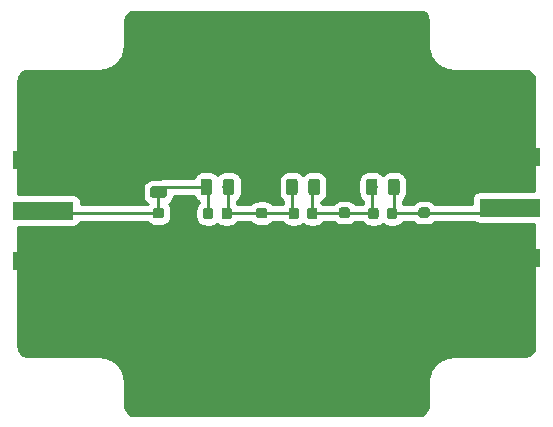
<source format=gtl>
G04 #@! TF.GenerationSoftware,KiCad,Pcbnew,(5.1.4)-1*
G04 #@! TF.CreationDate,2019-12-12T20:41:28+01:00*
G04 #@! TF.ProjectId,30mhzLP,33306d68-7a4c-4502-9e6b-696361645f70,rev?*
G04 #@! TF.SameCoordinates,Original*
G04 #@! TF.FileFunction,Copper,L1,Top*
G04 #@! TF.FilePolarity,Positive*
%FSLAX46Y46*%
G04 Gerber Fmt 4.6, Leading zero omitted, Abs format (unit mm)*
G04 Created by KiCad (PCBNEW (5.1.4)-1) date 2019-12-12 20:41:28*
%MOMM*%
%LPD*%
G04 APERTURE LIST*
%ADD10C,0.100000*%
%ADD11C,0.975000*%
%ADD12R,5.080000X1.500000*%
%ADD13C,0.875000*%
%ADD14C,0.800000*%
%ADD15C,0.250000*%
%ADD16C,0.254000*%
G04 APERTURE END LIST*
D10*
G36*
X128980142Y-108576174D02*
G01*
X129003803Y-108579684D01*
X129027007Y-108585496D01*
X129049529Y-108593554D01*
X129071153Y-108603782D01*
X129091670Y-108616079D01*
X129110883Y-108630329D01*
X129128607Y-108646393D01*
X129144671Y-108664117D01*
X129158921Y-108683330D01*
X129171218Y-108703847D01*
X129181446Y-108725471D01*
X129189504Y-108747993D01*
X129195316Y-108771197D01*
X129198826Y-108794858D01*
X129200000Y-108818750D01*
X129200000Y-109306250D01*
X129198826Y-109330142D01*
X129195316Y-109353803D01*
X129189504Y-109377007D01*
X129181446Y-109399529D01*
X129171218Y-109421153D01*
X129158921Y-109441670D01*
X129144671Y-109460883D01*
X129128607Y-109478607D01*
X129110883Y-109494671D01*
X129091670Y-109508921D01*
X129071153Y-109521218D01*
X129049529Y-109531446D01*
X129027007Y-109539504D01*
X129003803Y-109545316D01*
X128980142Y-109548826D01*
X128956250Y-109550000D01*
X128043750Y-109550000D01*
X128019858Y-109548826D01*
X127996197Y-109545316D01*
X127972993Y-109539504D01*
X127950471Y-109531446D01*
X127928847Y-109521218D01*
X127908330Y-109508921D01*
X127889117Y-109494671D01*
X127871393Y-109478607D01*
X127855329Y-109460883D01*
X127841079Y-109441670D01*
X127828782Y-109421153D01*
X127818554Y-109399529D01*
X127810496Y-109377007D01*
X127804684Y-109353803D01*
X127801174Y-109330142D01*
X127800000Y-109306250D01*
X127800000Y-108818750D01*
X127801174Y-108794858D01*
X127804684Y-108771197D01*
X127810496Y-108747993D01*
X127818554Y-108725471D01*
X127828782Y-108703847D01*
X127841079Y-108683330D01*
X127855329Y-108664117D01*
X127871393Y-108646393D01*
X127889117Y-108630329D01*
X127908330Y-108616079D01*
X127928847Y-108603782D01*
X127950471Y-108593554D01*
X127972993Y-108585496D01*
X127996197Y-108579684D01*
X128019858Y-108576174D01*
X128043750Y-108575000D01*
X128956250Y-108575000D01*
X128980142Y-108576174D01*
X128980142Y-108576174D01*
G37*
D11*
X128500000Y-109062500D03*
D10*
G36*
X128980142Y-110451174D02*
G01*
X129003803Y-110454684D01*
X129027007Y-110460496D01*
X129049529Y-110468554D01*
X129071153Y-110478782D01*
X129091670Y-110491079D01*
X129110883Y-110505329D01*
X129128607Y-110521393D01*
X129144671Y-110539117D01*
X129158921Y-110558330D01*
X129171218Y-110578847D01*
X129181446Y-110600471D01*
X129189504Y-110622993D01*
X129195316Y-110646197D01*
X129198826Y-110669858D01*
X129200000Y-110693750D01*
X129200000Y-111181250D01*
X129198826Y-111205142D01*
X129195316Y-111228803D01*
X129189504Y-111252007D01*
X129181446Y-111274529D01*
X129171218Y-111296153D01*
X129158921Y-111316670D01*
X129144671Y-111335883D01*
X129128607Y-111353607D01*
X129110883Y-111369671D01*
X129091670Y-111383921D01*
X129071153Y-111396218D01*
X129049529Y-111406446D01*
X129027007Y-111414504D01*
X129003803Y-111420316D01*
X128980142Y-111423826D01*
X128956250Y-111425000D01*
X128043750Y-111425000D01*
X128019858Y-111423826D01*
X127996197Y-111420316D01*
X127972993Y-111414504D01*
X127950471Y-111406446D01*
X127928847Y-111396218D01*
X127908330Y-111383921D01*
X127889117Y-111369671D01*
X127871393Y-111353607D01*
X127855329Y-111335883D01*
X127841079Y-111316670D01*
X127828782Y-111296153D01*
X127818554Y-111274529D01*
X127810496Y-111252007D01*
X127804684Y-111228803D01*
X127801174Y-111205142D01*
X127800000Y-111181250D01*
X127800000Y-110693750D01*
X127801174Y-110669858D01*
X127804684Y-110646197D01*
X127810496Y-110622993D01*
X127818554Y-110600471D01*
X127828782Y-110578847D01*
X127841079Y-110558330D01*
X127855329Y-110539117D01*
X127871393Y-110521393D01*
X127889117Y-110505329D01*
X127908330Y-110491079D01*
X127928847Y-110478782D01*
X127950471Y-110468554D01*
X127972993Y-110460496D01*
X127996197Y-110454684D01*
X128019858Y-110451174D01*
X128043750Y-110450000D01*
X128956250Y-110450000D01*
X128980142Y-110451174D01*
X128980142Y-110451174D01*
G37*
D11*
X128500000Y-110937500D03*
D10*
G36*
X148705142Y-109801174D02*
G01*
X148728803Y-109804684D01*
X148752007Y-109810496D01*
X148774529Y-109818554D01*
X148796153Y-109828782D01*
X148816670Y-109841079D01*
X148835883Y-109855329D01*
X148853607Y-109871393D01*
X148869671Y-109889117D01*
X148883921Y-109908330D01*
X148896218Y-109928847D01*
X148906446Y-109950471D01*
X148914504Y-109972993D01*
X148920316Y-109996197D01*
X148923826Y-110019858D01*
X148925000Y-110043750D01*
X148925000Y-110956250D01*
X148923826Y-110980142D01*
X148920316Y-111003803D01*
X148914504Y-111027007D01*
X148906446Y-111049529D01*
X148896218Y-111071153D01*
X148883921Y-111091670D01*
X148869671Y-111110883D01*
X148853607Y-111128607D01*
X148835883Y-111144671D01*
X148816670Y-111158921D01*
X148796153Y-111171218D01*
X148774529Y-111181446D01*
X148752007Y-111189504D01*
X148728803Y-111195316D01*
X148705142Y-111198826D01*
X148681250Y-111200000D01*
X148193750Y-111200000D01*
X148169858Y-111198826D01*
X148146197Y-111195316D01*
X148122993Y-111189504D01*
X148100471Y-111181446D01*
X148078847Y-111171218D01*
X148058330Y-111158921D01*
X148039117Y-111144671D01*
X148021393Y-111128607D01*
X148005329Y-111110883D01*
X147991079Y-111091670D01*
X147978782Y-111071153D01*
X147968554Y-111049529D01*
X147960496Y-111027007D01*
X147954684Y-111003803D01*
X147951174Y-110980142D01*
X147950000Y-110956250D01*
X147950000Y-110043750D01*
X147951174Y-110019858D01*
X147954684Y-109996197D01*
X147960496Y-109972993D01*
X147968554Y-109950471D01*
X147978782Y-109928847D01*
X147991079Y-109908330D01*
X148005329Y-109889117D01*
X148021393Y-109871393D01*
X148039117Y-109855329D01*
X148058330Y-109841079D01*
X148078847Y-109828782D01*
X148100471Y-109818554D01*
X148122993Y-109810496D01*
X148146197Y-109804684D01*
X148169858Y-109801174D01*
X148193750Y-109800000D01*
X148681250Y-109800000D01*
X148705142Y-109801174D01*
X148705142Y-109801174D01*
G37*
D11*
X148437500Y-110500000D03*
D10*
G36*
X146830142Y-109801174D02*
G01*
X146853803Y-109804684D01*
X146877007Y-109810496D01*
X146899529Y-109818554D01*
X146921153Y-109828782D01*
X146941670Y-109841079D01*
X146960883Y-109855329D01*
X146978607Y-109871393D01*
X146994671Y-109889117D01*
X147008921Y-109908330D01*
X147021218Y-109928847D01*
X147031446Y-109950471D01*
X147039504Y-109972993D01*
X147045316Y-109996197D01*
X147048826Y-110019858D01*
X147050000Y-110043750D01*
X147050000Y-110956250D01*
X147048826Y-110980142D01*
X147045316Y-111003803D01*
X147039504Y-111027007D01*
X147031446Y-111049529D01*
X147021218Y-111071153D01*
X147008921Y-111091670D01*
X146994671Y-111110883D01*
X146978607Y-111128607D01*
X146960883Y-111144671D01*
X146941670Y-111158921D01*
X146921153Y-111171218D01*
X146899529Y-111181446D01*
X146877007Y-111189504D01*
X146853803Y-111195316D01*
X146830142Y-111198826D01*
X146806250Y-111200000D01*
X146318750Y-111200000D01*
X146294858Y-111198826D01*
X146271197Y-111195316D01*
X146247993Y-111189504D01*
X146225471Y-111181446D01*
X146203847Y-111171218D01*
X146183330Y-111158921D01*
X146164117Y-111144671D01*
X146146393Y-111128607D01*
X146130329Y-111110883D01*
X146116079Y-111091670D01*
X146103782Y-111071153D01*
X146093554Y-111049529D01*
X146085496Y-111027007D01*
X146079684Y-111003803D01*
X146076174Y-110980142D01*
X146075000Y-110956250D01*
X146075000Y-110043750D01*
X146076174Y-110019858D01*
X146079684Y-109996197D01*
X146085496Y-109972993D01*
X146093554Y-109950471D01*
X146103782Y-109928847D01*
X146116079Y-109908330D01*
X146130329Y-109889117D01*
X146146393Y-109871393D01*
X146164117Y-109855329D01*
X146183330Y-109841079D01*
X146203847Y-109828782D01*
X146225471Y-109818554D01*
X146247993Y-109810496D01*
X146271197Y-109804684D01*
X146294858Y-109801174D01*
X146318750Y-109800000D01*
X146806250Y-109800000D01*
X146830142Y-109801174D01*
X146830142Y-109801174D01*
G37*
D11*
X146562500Y-110500000D03*
D10*
G36*
X141955142Y-109801174D02*
G01*
X141978803Y-109804684D01*
X142002007Y-109810496D01*
X142024529Y-109818554D01*
X142046153Y-109828782D01*
X142066670Y-109841079D01*
X142085883Y-109855329D01*
X142103607Y-109871393D01*
X142119671Y-109889117D01*
X142133921Y-109908330D01*
X142146218Y-109928847D01*
X142156446Y-109950471D01*
X142164504Y-109972993D01*
X142170316Y-109996197D01*
X142173826Y-110019858D01*
X142175000Y-110043750D01*
X142175000Y-110956250D01*
X142173826Y-110980142D01*
X142170316Y-111003803D01*
X142164504Y-111027007D01*
X142156446Y-111049529D01*
X142146218Y-111071153D01*
X142133921Y-111091670D01*
X142119671Y-111110883D01*
X142103607Y-111128607D01*
X142085883Y-111144671D01*
X142066670Y-111158921D01*
X142046153Y-111171218D01*
X142024529Y-111181446D01*
X142002007Y-111189504D01*
X141978803Y-111195316D01*
X141955142Y-111198826D01*
X141931250Y-111200000D01*
X141443750Y-111200000D01*
X141419858Y-111198826D01*
X141396197Y-111195316D01*
X141372993Y-111189504D01*
X141350471Y-111181446D01*
X141328847Y-111171218D01*
X141308330Y-111158921D01*
X141289117Y-111144671D01*
X141271393Y-111128607D01*
X141255329Y-111110883D01*
X141241079Y-111091670D01*
X141228782Y-111071153D01*
X141218554Y-111049529D01*
X141210496Y-111027007D01*
X141204684Y-111003803D01*
X141201174Y-110980142D01*
X141200000Y-110956250D01*
X141200000Y-110043750D01*
X141201174Y-110019858D01*
X141204684Y-109996197D01*
X141210496Y-109972993D01*
X141218554Y-109950471D01*
X141228782Y-109928847D01*
X141241079Y-109908330D01*
X141255329Y-109889117D01*
X141271393Y-109871393D01*
X141289117Y-109855329D01*
X141308330Y-109841079D01*
X141328847Y-109828782D01*
X141350471Y-109818554D01*
X141372993Y-109810496D01*
X141396197Y-109804684D01*
X141419858Y-109801174D01*
X141443750Y-109800000D01*
X141931250Y-109800000D01*
X141955142Y-109801174D01*
X141955142Y-109801174D01*
G37*
D11*
X141687500Y-110500000D03*
D10*
G36*
X140080142Y-109801174D02*
G01*
X140103803Y-109804684D01*
X140127007Y-109810496D01*
X140149529Y-109818554D01*
X140171153Y-109828782D01*
X140191670Y-109841079D01*
X140210883Y-109855329D01*
X140228607Y-109871393D01*
X140244671Y-109889117D01*
X140258921Y-109908330D01*
X140271218Y-109928847D01*
X140281446Y-109950471D01*
X140289504Y-109972993D01*
X140295316Y-109996197D01*
X140298826Y-110019858D01*
X140300000Y-110043750D01*
X140300000Y-110956250D01*
X140298826Y-110980142D01*
X140295316Y-111003803D01*
X140289504Y-111027007D01*
X140281446Y-111049529D01*
X140271218Y-111071153D01*
X140258921Y-111091670D01*
X140244671Y-111110883D01*
X140228607Y-111128607D01*
X140210883Y-111144671D01*
X140191670Y-111158921D01*
X140171153Y-111171218D01*
X140149529Y-111181446D01*
X140127007Y-111189504D01*
X140103803Y-111195316D01*
X140080142Y-111198826D01*
X140056250Y-111200000D01*
X139568750Y-111200000D01*
X139544858Y-111198826D01*
X139521197Y-111195316D01*
X139497993Y-111189504D01*
X139475471Y-111181446D01*
X139453847Y-111171218D01*
X139433330Y-111158921D01*
X139414117Y-111144671D01*
X139396393Y-111128607D01*
X139380329Y-111110883D01*
X139366079Y-111091670D01*
X139353782Y-111071153D01*
X139343554Y-111049529D01*
X139335496Y-111027007D01*
X139329684Y-111003803D01*
X139326174Y-110980142D01*
X139325000Y-110956250D01*
X139325000Y-110043750D01*
X139326174Y-110019858D01*
X139329684Y-109996197D01*
X139335496Y-109972993D01*
X139343554Y-109950471D01*
X139353782Y-109928847D01*
X139366079Y-109908330D01*
X139380329Y-109889117D01*
X139396393Y-109871393D01*
X139414117Y-109855329D01*
X139433330Y-109841079D01*
X139453847Y-109828782D01*
X139475471Y-109818554D01*
X139497993Y-109810496D01*
X139521197Y-109804684D01*
X139544858Y-109801174D01*
X139568750Y-109800000D01*
X140056250Y-109800000D01*
X140080142Y-109801174D01*
X140080142Y-109801174D01*
G37*
D11*
X139812500Y-110500000D03*
D10*
G36*
X134705142Y-109801174D02*
G01*
X134728803Y-109804684D01*
X134752007Y-109810496D01*
X134774529Y-109818554D01*
X134796153Y-109828782D01*
X134816670Y-109841079D01*
X134835883Y-109855329D01*
X134853607Y-109871393D01*
X134869671Y-109889117D01*
X134883921Y-109908330D01*
X134896218Y-109928847D01*
X134906446Y-109950471D01*
X134914504Y-109972993D01*
X134920316Y-109996197D01*
X134923826Y-110019858D01*
X134925000Y-110043750D01*
X134925000Y-110956250D01*
X134923826Y-110980142D01*
X134920316Y-111003803D01*
X134914504Y-111027007D01*
X134906446Y-111049529D01*
X134896218Y-111071153D01*
X134883921Y-111091670D01*
X134869671Y-111110883D01*
X134853607Y-111128607D01*
X134835883Y-111144671D01*
X134816670Y-111158921D01*
X134796153Y-111171218D01*
X134774529Y-111181446D01*
X134752007Y-111189504D01*
X134728803Y-111195316D01*
X134705142Y-111198826D01*
X134681250Y-111200000D01*
X134193750Y-111200000D01*
X134169858Y-111198826D01*
X134146197Y-111195316D01*
X134122993Y-111189504D01*
X134100471Y-111181446D01*
X134078847Y-111171218D01*
X134058330Y-111158921D01*
X134039117Y-111144671D01*
X134021393Y-111128607D01*
X134005329Y-111110883D01*
X133991079Y-111091670D01*
X133978782Y-111071153D01*
X133968554Y-111049529D01*
X133960496Y-111027007D01*
X133954684Y-111003803D01*
X133951174Y-110980142D01*
X133950000Y-110956250D01*
X133950000Y-110043750D01*
X133951174Y-110019858D01*
X133954684Y-109996197D01*
X133960496Y-109972993D01*
X133968554Y-109950471D01*
X133978782Y-109928847D01*
X133991079Y-109908330D01*
X134005329Y-109889117D01*
X134021393Y-109871393D01*
X134039117Y-109855329D01*
X134058330Y-109841079D01*
X134078847Y-109828782D01*
X134100471Y-109818554D01*
X134122993Y-109810496D01*
X134146197Y-109804684D01*
X134169858Y-109801174D01*
X134193750Y-109800000D01*
X134681250Y-109800000D01*
X134705142Y-109801174D01*
X134705142Y-109801174D01*
G37*
D11*
X134437500Y-110500000D03*
D10*
G36*
X132830142Y-109801174D02*
G01*
X132853803Y-109804684D01*
X132877007Y-109810496D01*
X132899529Y-109818554D01*
X132921153Y-109828782D01*
X132941670Y-109841079D01*
X132960883Y-109855329D01*
X132978607Y-109871393D01*
X132994671Y-109889117D01*
X133008921Y-109908330D01*
X133021218Y-109928847D01*
X133031446Y-109950471D01*
X133039504Y-109972993D01*
X133045316Y-109996197D01*
X133048826Y-110019858D01*
X133050000Y-110043750D01*
X133050000Y-110956250D01*
X133048826Y-110980142D01*
X133045316Y-111003803D01*
X133039504Y-111027007D01*
X133031446Y-111049529D01*
X133021218Y-111071153D01*
X133008921Y-111091670D01*
X132994671Y-111110883D01*
X132978607Y-111128607D01*
X132960883Y-111144671D01*
X132941670Y-111158921D01*
X132921153Y-111171218D01*
X132899529Y-111181446D01*
X132877007Y-111189504D01*
X132853803Y-111195316D01*
X132830142Y-111198826D01*
X132806250Y-111200000D01*
X132318750Y-111200000D01*
X132294858Y-111198826D01*
X132271197Y-111195316D01*
X132247993Y-111189504D01*
X132225471Y-111181446D01*
X132203847Y-111171218D01*
X132183330Y-111158921D01*
X132164117Y-111144671D01*
X132146393Y-111128607D01*
X132130329Y-111110883D01*
X132116079Y-111091670D01*
X132103782Y-111071153D01*
X132093554Y-111049529D01*
X132085496Y-111027007D01*
X132079684Y-111003803D01*
X132076174Y-110980142D01*
X132075000Y-110956250D01*
X132075000Y-110043750D01*
X132076174Y-110019858D01*
X132079684Y-109996197D01*
X132085496Y-109972993D01*
X132093554Y-109950471D01*
X132103782Y-109928847D01*
X132116079Y-109908330D01*
X132130329Y-109889117D01*
X132146393Y-109871393D01*
X132164117Y-109855329D01*
X132183330Y-109841079D01*
X132203847Y-109828782D01*
X132225471Y-109818554D01*
X132247993Y-109810496D01*
X132271197Y-109804684D01*
X132294858Y-109801174D01*
X132318750Y-109800000D01*
X132806250Y-109800000D01*
X132830142Y-109801174D01*
X132830142Y-109801174D01*
G37*
D11*
X132562500Y-110500000D03*
D12*
X158250000Y-112250000D03*
X158250000Y-108000000D03*
X158250000Y-116500000D03*
X118750000Y-112500000D03*
X118750000Y-116750000D03*
X118750000Y-108250000D03*
D10*
G36*
X151277691Y-113813553D02*
G01*
X151298926Y-113816703D01*
X151319750Y-113821919D01*
X151339962Y-113829151D01*
X151359368Y-113838330D01*
X151377781Y-113849366D01*
X151395024Y-113862154D01*
X151410930Y-113876570D01*
X151425346Y-113892476D01*
X151438134Y-113909719D01*
X151449170Y-113928132D01*
X151458349Y-113947538D01*
X151465581Y-113967750D01*
X151470797Y-113988574D01*
X151473947Y-114009809D01*
X151475000Y-114031250D01*
X151475000Y-114468750D01*
X151473947Y-114490191D01*
X151470797Y-114511426D01*
X151465581Y-114532250D01*
X151458349Y-114552462D01*
X151449170Y-114571868D01*
X151438134Y-114590281D01*
X151425346Y-114607524D01*
X151410930Y-114623430D01*
X151395024Y-114637846D01*
X151377781Y-114650634D01*
X151359368Y-114661670D01*
X151339962Y-114670849D01*
X151319750Y-114678081D01*
X151298926Y-114683297D01*
X151277691Y-114686447D01*
X151256250Y-114687500D01*
X150743750Y-114687500D01*
X150722309Y-114686447D01*
X150701074Y-114683297D01*
X150680250Y-114678081D01*
X150660038Y-114670849D01*
X150640632Y-114661670D01*
X150622219Y-114650634D01*
X150604976Y-114637846D01*
X150589070Y-114623430D01*
X150574654Y-114607524D01*
X150561866Y-114590281D01*
X150550830Y-114571868D01*
X150541651Y-114552462D01*
X150534419Y-114532250D01*
X150529203Y-114511426D01*
X150526053Y-114490191D01*
X150525000Y-114468750D01*
X150525000Y-114031250D01*
X150526053Y-114009809D01*
X150529203Y-113988574D01*
X150534419Y-113967750D01*
X150541651Y-113947538D01*
X150550830Y-113928132D01*
X150561866Y-113909719D01*
X150574654Y-113892476D01*
X150589070Y-113876570D01*
X150604976Y-113862154D01*
X150622219Y-113849366D01*
X150640632Y-113838330D01*
X150660038Y-113829151D01*
X150680250Y-113821919D01*
X150701074Y-113816703D01*
X150722309Y-113813553D01*
X150743750Y-113812500D01*
X151256250Y-113812500D01*
X151277691Y-113813553D01*
X151277691Y-113813553D01*
G37*
D13*
X151000000Y-114250000D03*
D10*
G36*
X151277691Y-112238553D02*
G01*
X151298926Y-112241703D01*
X151319750Y-112246919D01*
X151339962Y-112254151D01*
X151359368Y-112263330D01*
X151377781Y-112274366D01*
X151395024Y-112287154D01*
X151410930Y-112301570D01*
X151425346Y-112317476D01*
X151438134Y-112334719D01*
X151449170Y-112353132D01*
X151458349Y-112372538D01*
X151465581Y-112392750D01*
X151470797Y-112413574D01*
X151473947Y-112434809D01*
X151475000Y-112456250D01*
X151475000Y-112893750D01*
X151473947Y-112915191D01*
X151470797Y-112936426D01*
X151465581Y-112957250D01*
X151458349Y-112977462D01*
X151449170Y-112996868D01*
X151438134Y-113015281D01*
X151425346Y-113032524D01*
X151410930Y-113048430D01*
X151395024Y-113062846D01*
X151377781Y-113075634D01*
X151359368Y-113086670D01*
X151339962Y-113095849D01*
X151319750Y-113103081D01*
X151298926Y-113108297D01*
X151277691Y-113111447D01*
X151256250Y-113112500D01*
X150743750Y-113112500D01*
X150722309Y-113111447D01*
X150701074Y-113108297D01*
X150680250Y-113103081D01*
X150660038Y-113095849D01*
X150640632Y-113086670D01*
X150622219Y-113075634D01*
X150604976Y-113062846D01*
X150589070Y-113048430D01*
X150574654Y-113032524D01*
X150561866Y-113015281D01*
X150550830Y-112996868D01*
X150541651Y-112977462D01*
X150534419Y-112957250D01*
X150529203Y-112936426D01*
X150526053Y-112915191D01*
X150525000Y-112893750D01*
X150525000Y-112456250D01*
X150526053Y-112434809D01*
X150529203Y-112413574D01*
X150534419Y-112392750D01*
X150541651Y-112372538D01*
X150550830Y-112353132D01*
X150561866Y-112334719D01*
X150574654Y-112317476D01*
X150589070Y-112301570D01*
X150604976Y-112287154D01*
X150622219Y-112274366D01*
X150640632Y-112263330D01*
X150660038Y-112254151D01*
X150680250Y-112246919D01*
X150701074Y-112241703D01*
X150722309Y-112238553D01*
X150743750Y-112237500D01*
X151256250Y-112237500D01*
X151277691Y-112238553D01*
X151277691Y-112238553D01*
G37*
D13*
X151000000Y-112675000D03*
D10*
G36*
X146952691Y-112276053D02*
G01*
X146973926Y-112279203D01*
X146994750Y-112284419D01*
X147014962Y-112291651D01*
X147034368Y-112300830D01*
X147052781Y-112311866D01*
X147070024Y-112324654D01*
X147085930Y-112339070D01*
X147100346Y-112354976D01*
X147113134Y-112372219D01*
X147124170Y-112390632D01*
X147133349Y-112410038D01*
X147140581Y-112430250D01*
X147145797Y-112451074D01*
X147148947Y-112472309D01*
X147150000Y-112493750D01*
X147150000Y-113006250D01*
X147148947Y-113027691D01*
X147145797Y-113048926D01*
X147140581Y-113069750D01*
X147133349Y-113089962D01*
X147124170Y-113109368D01*
X147113134Y-113127781D01*
X147100346Y-113145024D01*
X147085930Y-113160930D01*
X147070024Y-113175346D01*
X147052781Y-113188134D01*
X147034368Y-113199170D01*
X147014962Y-113208349D01*
X146994750Y-113215581D01*
X146973926Y-113220797D01*
X146952691Y-113223947D01*
X146931250Y-113225000D01*
X146493750Y-113225000D01*
X146472309Y-113223947D01*
X146451074Y-113220797D01*
X146430250Y-113215581D01*
X146410038Y-113208349D01*
X146390632Y-113199170D01*
X146372219Y-113188134D01*
X146354976Y-113175346D01*
X146339070Y-113160930D01*
X146324654Y-113145024D01*
X146311866Y-113127781D01*
X146300830Y-113109368D01*
X146291651Y-113089962D01*
X146284419Y-113069750D01*
X146279203Y-113048926D01*
X146276053Y-113027691D01*
X146275000Y-113006250D01*
X146275000Y-112493750D01*
X146276053Y-112472309D01*
X146279203Y-112451074D01*
X146284419Y-112430250D01*
X146291651Y-112410038D01*
X146300830Y-112390632D01*
X146311866Y-112372219D01*
X146324654Y-112354976D01*
X146339070Y-112339070D01*
X146354976Y-112324654D01*
X146372219Y-112311866D01*
X146390632Y-112300830D01*
X146410038Y-112291651D01*
X146430250Y-112284419D01*
X146451074Y-112279203D01*
X146472309Y-112276053D01*
X146493750Y-112275000D01*
X146931250Y-112275000D01*
X146952691Y-112276053D01*
X146952691Y-112276053D01*
G37*
D13*
X146712500Y-112750000D03*
D10*
G36*
X148527691Y-112276053D02*
G01*
X148548926Y-112279203D01*
X148569750Y-112284419D01*
X148589962Y-112291651D01*
X148609368Y-112300830D01*
X148627781Y-112311866D01*
X148645024Y-112324654D01*
X148660930Y-112339070D01*
X148675346Y-112354976D01*
X148688134Y-112372219D01*
X148699170Y-112390632D01*
X148708349Y-112410038D01*
X148715581Y-112430250D01*
X148720797Y-112451074D01*
X148723947Y-112472309D01*
X148725000Y-112493750D01*
X148725000Y-113006250D01*
X148723947Y-113027691D01*
X148720797Y-113048926D01*
X148715581Y-113069750D01*
X148708349Y-113089962D01*
X148699170Y-113109368D01*
X148688134Y-113127781D01*
X148675346Y-113145024D01*
X148660930Y-113160930D01*
X148645024Y-113175346D01*
X148627781Y-113188134D01*
X148609368Y-113199170D01*
X148589962Y-113208349D01*
X148569750Y-113215581D01*
X148548926Y-113220797D01*
X148527691Y-113223947D01*
X148506250Y-113225000D01*
X148068750Y-113225000D01*
X148047309Y-113223947D01*
X148026074Y-113220797D01*
X148005250Y-113215581D01*
X147985038Y-113208349D01*
X147965632Y-113199170D01*
X147947219Y-113188134D01*
X147929976Y-113175346D01*
X147914070Y-113160930D01*
X147899654Y-113145024D01*
X147886866Y-113127781D01*
X147875830Y-113109368D01*
X147866651Y-113089962D01*
X147859419Y-113069750D01*
X147854203Y-113048926D01*
X147851053Y-113027691D01*
X147850000Y-113006250D01*
X147850000Y-112493750D01*
X147851053Y-112472309D01*
X147854203Y-112451074D01*
X147859419Y-112430250D01*
X147866651Y-112410038D01*
X147875830Y-112390632D01*
X147886866Y-112372219D01*
X147899654Y-112354976D01*
X147914070Y-112339070D01*
X147929976Y-112324654D01*
X147947219Y-112311866D01*
X147965632Y-112300830D01*
X147985038Y-112291651D01*
X148005250Y-112284419D01*
X148026074Y-112279203D01*
X148047309Y-112276053D01*
X148068750Y-112275000D01*
X148506250Y-112275000D01*
X148527691Y-112276053D01*
X148527691Y-112276053D01*
G37*
D13*
X148287500Y-112750000D03*
D10*
G36*
X144527691Y-113813553D02*
G01*
X144548926Y-113816703D01*
X144569750Y-113821919D01*
X144589962Y-113829151D01*
X144609368Y-113838330D01*
X144627781Y-113849366D01*
X144645024Y-113862154D01*
X144660930Y-113876570D01*
X144675346Y-113892476D01*
X144688134Y-113909719D01*
X144699170Y-113928132D01*
X144708349Y-113947538D01*
X144715581Y-113967750D01*
X144720797Y-113988574D01*
X144723947Y-114009809D01*
X144725000Y-114031250D01*
X144725000Y-114468750D01*
X144723947Y-114490191D01*
X144720797Y-114511426D01*
X144715581Y-114532250D01*
X144708349Y-114552462D01*
X144699170Y-114571868D01*
X144688134Y-114590281D01*
X144675346Y-114607524D01*
X144660930Y-114623430D01*
X144645024Y-114637846D01*
X144627781Y-114650634D01*
X144609368Y-114661670D01*
X144589962Y-114670849D01*
X144569750Y-114678081D01*
X144548926Y-114683297D01*
X144527691Y-114686447D01*
X144506250Y-114687500D01*
X143993750Y-114687500D01*
X143972309Y-114686447D01*
X143951074Y-114683297D01*
X143930250Y-114678081D01*
X143910038Y-114670849D01*
X143890632Y-114661670D01*
X143872219Y-114650634D01*
X143854976Y-114637846D01*
X143839070Y-114623430D01*
X143824654Y-114607524D01*
X143811866Y-114590281D01*
X143800830Y-114571868D01*
X143791651Y-114552462D01*
X143784419Y-114532250D01*
X143779203Y-114511426D01*
X143776053Y-114490191D01*
X143775000Y-114468750D01*
X143775000Y-114031250D01*
X143776053Y-114009809D01*
X143779203Y-113988574D01*
X143784419Y-113967750D01*
X143791651Y-113947538D01*
X143800830Y-113928132D01*
X143811866Y-113909719D01*
X143824654Y-113892476D01*
X143839070Y-113876570D01*
X143854976Y-113862154D01*
X143872219Y-113849366D01*
X143890632Y-113838330D01*
X143910038Y-113829151D01*
X143930250Y-113821919D01*
X143951074Y-113816703D01*
X143972309Y-113813553D01*
X143993750Y-113812500D01*
X144506250Y-113812500D01*
X144527691Y-113813553D01*
X144527691Y-113813553D01*
G37*
D13*
X144250000Y-114250000D03*
D10*
G36*
X144527691Y-112238553D02*
G01*
X144548926Y-112241703D01*
X144569750Y-112246919D01*
X144589962Y-112254151D01*
X144609368Y-112263330D01*
X144627781Y-112274366D01*
X144645024Y-112287154D01*
X144660930Y-112301570D01*
X144675346Y-112317476D01*
X144688134Y-112334719D01*
X144699170Y-112353132D01*
X144708349Y-112372538D01*
X144715581Y-112392750D01*
X144720797Y-112413574D01*
X144723947Y-112434809D01*
X144725000Y-112456250D01*
X144725000Y-112893750D01*
X144723947Y-112915191D01*
X144720797Y-112936426D01*
X144715581Y-112957250D01*
X144708349Y-112977462D01*
X144699170Y-112996868D01*
X144688134Y-113015281D01*
X144675346Y-113032524D01*
X144660930Y-113048430D01*
X144645024Y-113062846D01*
X144627781Y-113075634D01*
X144609368Y-113086670D01*
X144589962Y-113095849D01*
X144569750Y-113103081D01*
X144548926Y-113108297D01*
X144527691Y-113111447D01*
X144506250Y-113112500D01*
X143993750Y-113112500D01*
X143972309Y-113111447D01*
X143951074Y-113108297D01*
X143930250Y-113103081D01*
X143910038Y-113095849D01*
X143890632Y-113086670D01*
X143872219Y-113075634D01*
X143854976Y-113062846D01*
X143839070Y-113048430D01*
X143824654Y-113032524D01*
X143811866Y-113015281D01*
X143800830Y-112996868D01*
X143791651Y-112977462D01*
X143784419Y-112957250D01*
X143779203Y-112936426D01*
X143776053Y-112915191D01*
X143775000Y-112893750D01*
X143775000Y-112456250D01*
X143776053Y-112434809D01*
X143779203Y-112413574D01*
X143784419Y-112392750D01*
X143791651Y-112372538D01*
X143800830Y-112353132D01*
X143811866Y-112334719D01*
X143824654Y-112317476D01*
X143839070Y-112301570D01*
X143854976Y-112287154D01*
X143872219Y-112274366D01*
X143890632Y-112263330D01*
X143910038Y-112254151D01*
X143930250Y-112246919D01*
X143951074Y-112241703D01*
X143972309Y-112238553D01*
X143993750Y-112237500D01*
X144506250Y-112237500D01*
X144527691Y-112238553D01*
X144527691Y-112238553D01*
G37*
D13*
X144250000Y-112675000D03*
D10*
G36*
X140202691Y-112276053D02*
G01*
X140223926Y-112279203D01*
X140244750Y-112284419D01*
X140264962Y-112291651D01*
X140284368Y-112300830D01*
X140302781Y-112311866D01*
X140320024Y-112324654D01*
X140335930Y-112339070D01*
X140350346Y-112354976D01*
X140363134Y-112372219D01*
X140374170Y-112390632D01*
X140383349Y-112410038D01*
X140390581Y-112430250D01*
X140395797Y-112451074D01*
X140398947Y-112472309D01*
X140400000Y-112493750D01*
X140400000Y-113006250D01*
X140398947Y-113027691D01*
X140395797Y-113048926D01*
X140390581Y-113069750D01*
X140383349Y-113089962D01*
X140374170Y-113109368D01*
X140363134Y-113127781D01*
X140350346Y-113145024D01*
X140335930Y-113160930D01*
X140320024Y-113175346D01*
X140302781Y-113188134D01*
X140284368Y-113199170D01*
X140264962Y-113208349D01*
X140244750Y-113215581D01*
X140223926Y-113220797D01*
X140202691Y-113223947D01*
X140181250Y-113225000D01*
X139743750Y-113225000D01*
X139722309Y-113223947D01*
X139701074Y-113220797D01*
X139680250Y-113215581D01*
X139660038Y-113208349D01*
X139640632Y-113199170D01*
X139622219Y-113188134D01*
X139604976Y-113175346D01*
X139589070Y-113160930D01*
X139574654Y-113145024D01*
X139561866Y-113127781D01*
X139550830Y-113109368D01*
X139541651Y-113089962D01*
X139534419Y-113069750D01*
X139529203Y-113048926D01*
X139526053Y-113027691D01*
X139525000Y-113006250D01*
X139525000Y-112493750D01*
X139526053Y-112472309D01*
X139529203Y-112451074D01*
X139534419Y-112430250D01*
X139541651Y-112410038D01*
X139550830Y-112390632D01*
X139561866Y-112372219D01*
X139574654Y-112354976D01*
X139589070Y-112339070D01*
X139604976Y-112324654D01*
X139622219Y-112311866D01*
X139640632Y-112300830D01*
X139660038Y-112291651D01*
X139680250Y-112284419D01*
X139701074Y-112279203D01*
X139722309Y-112276053D01*
X139743750Y-112275000D01*
X140181250Y-112275000D01*
X140202691Y-112276053D01*
X140202691Y-112276053D01*
G37*
D13*
X139962500Y-112750000D03*
D10*
G36*
X141777691Y-112276053D02*
G01*
X141798926Y-112279203D01*
X141819750Y-112284419D01*
X141839962Y-112291651D01*
X141859368Y-112300830D01*
X141877781Y-112311866D01*
X141895024Y-112324654D01*
X141910930Y-112339070D01*
X141925346Y-112354976D01*
X141938134Y-112372219D01*
X141949170Y-112390632D01*
X141958349Y-112410038D01*
X141965581Y-112430250D01*
X141970797Y-112451074D01*
X141973947Y-112472309D01*
X141975000Y-112493750D01*
X141975000Y-113006250D01*
X141973947Y-113027691D01*
X141970797Y-113048926D01*
X141965581Y-113069750D01*
X141958349Y-113089962D01*
X141949170Y-113109368D01*
X141938134Y-113127781D01*
X141925346Y-113145024D01*
X141910930Y-113160930D01*
X141895024Y-113175346D01*
X141877781Y-113188134D01*
X141859368Y-113199170D01*
X141839962Y-113208349D01*
X141819750Y-113215581D01*
X141798926Y-113220797D01*
X141777691Y-113223947D01*
X141756250Y-113225000D01*
X141318750Y-113225000D01*
X141297309Y-113223947D01*
X141276074Y-113220797D01*
X141255250Y-113215581D01*
X141235038Y-113208349D01*
X141215632Y-113199170D01*
X141197219Y-113188134D01*
X141179976Y-113175346D01*
X141164070Y-113160930D01*
X141149654Y-113145024D01*
X141136866Y-113127781D01*
X141125830Y-113109368D01*
X141116651Y-113089962D01*
X141109419Y-113069750D01*
X141104203Y-113048926D01*
X141101053Y-113027691D01*
X141100000Y-113006250D01*
X141100000Y-112493750D01*
X141101053Y-112472309D01*
X141104203Y-112451074D01*
X141109419Y-112430250D01*
X141116651Y-112410038D01*
X141125830Y-112390632D01*
X141136866Y-112372219D01*
X141149654Y-112354976D01*
X141164070Y-112339070D01*
X141179976Y-112324654D01*
X141197219Y-112311866D01*
X141215632Y-112300830D01*
X141235038Y-112291651D01*
X141255250Y-112284419D01*
X141276074Y-112279203D01*
X141297309Y-112276053D01*
X141318750Y-112275000D01*
X141756250Y-112275000D01*
X141777691Y-112276053D01*
X141777691Y-112276053D01*
G37*
D13*
X141537500Y-112750000D03*
D10*
G36*
X137527691Y-113851053D02*
G01*
X137548926Y-113854203D01*
X137569750Y-113859419D01*
X137589962Y-113866651D01*
X137609368Y-113875830D01*
X137627781Y-113886866D01*
X137645024Y-113899654D01*
X137660930Y-113914070D01*
X137675346Y-113929976D01*
X137688134Y-113947219D01*
X137699170Y-113965632D01*
X137708349Y-113985038D01*
X137715581Y-114005250D01*
X137720797Y-114026074D01*
X137723947Y-114047309D01*
X137725000Y-114068750D01*
X137725000Y-114506250D01*
X137723947Y-114527691D01*
X137720797Y-114548926D01*
X137715581Y-114569750D01*
X137708349Y-114589962D01*
X137699170Y-114609368D01*
X137688134Y-114627781D01*
X137675346Y-114645024D01*
X137660930Y-114660930D01*
X137645024Y-114675346D01*
X137627781Y-114688134D01*
X137609368Y-114699170D01*
X137589962Y-114708349D01*
X137569750Y-114715581D01*
X137548926Y-114720797D01*
X137527691Y-114723947D01*
X137506250Y-114725000D01*
X136993750Y-114725000D01*
X136972309Y-114723947D01*
X136951074Y-114720797D01*
X136930250Y-114715581D01*
X136910038Y-114708349D01*
X136890632Y-114699170D01*
X136872219Y-114688134D01*
X136854976Y-114675346D01*
X136839070Y-114660930D01*
X136824654Y-114645024D01*
X136811866Y-114627781D01*
X136800830Y-114609368D01*
X136791651Y-114589962D01*
X136784419Y-114569750D01*
X136779203Y-114548926D01*
X136776053Y-114527691D01*
X136775000Y-114506250D01*
X136775000Y-114068750D01*
X136776053Y-114047309D01*
X136779203Y-114026074D01*
X136784419Y-114005250D01*
X136791651Y-113985038D01*
X136800830Y-113965632D01*
X136811866Y-113947219D01*
X136824654Y-113929976D01*
X136839070Y-113914070D01*
X136854976Y-113899654D01*
X136872219Y-113886866D01*
X136890632Y-113875830D01*
X136910038Y-113866651D01*
X136930250Y-113859419D01*
X136951074Y-113854203D01*
X136972309Y-113851053D01*
X136993750Y-113850000D01*
X137506250Y-113850000D01*
X137527691Y-113851053D01*
X137527691Y-113851053D01*
G37*
D13*
X137250000Y-114287500D03*
D10*
G36*
X137527691Y-112276053D02*
G01*
X137548926Y-112279203D01*
X137569750Y-112284419D01*
X137589962Y-112291651D01*
X137609368Y-112300830D01*
X137627781Y-112311866D01*
X137645024Y-112324654D01*
X137660930Y-112339070D01*
X137675346Y-112354976D01*
X137688134Y-112372219D01*
X137699170Y-112390632D01*
X137708349Y-112410038D01*
X137715581Y-112430250D01*
X137720797Y-112451074D01*
X137723947Y-112472309D01*
X137725000Y-112493750D01*
X137725000Y-112931250D01*
X137723947Y-112952691D01*
X137720797Y-112973926D01*
X137715581Y-112994750D01*
X137708349Y-113014962D01*
X137699170Y-113034368D01*
X137688134Y-113052781D01*
X137675346Y-113070024D01*
X137660930Y-113085930D01*
X137645024Y-113100346D01*
X137627781Y-113113134D01*
X137609368Y-113124170D01*
X137589962Y-113133349D01*
X137569750Y-113140581D01*
X137548926Y-113145797D01*
X137527691Y-113148947D01*
X137506250Y-113150000D01*
X136993750Y-113150000D01*
X136972309Y-113148947D01*
X136951074Y-113145797D01*
X136930250Y-113140581D01*
X136910038Y-113133349D01*
X136890632Y-113124170D01*
X136872219Y-113113134D01*
X136854976Y-113100346D01*
X136839070Y-113085930D01*
X136824654Y-113070024D01*
X136811866Y-113052781D01*
X136800830Y-113034368D01*
X136791651Y-113014962D01*
X136784419Y-112994750D01*
X136779203Y-112973926D01*
X136776053Y-112952691D01*
X136775000Y-112931250D01*
X136775000Y-112493750D01*
X136776053Y-112472309D01*
X136779203Y-112451074D01*
X136784419Y-112430250D01*
X136791651Y-112410038D01*
X136800830Y-112390632D01*
X136811866Y-112372219D01*
X136824654Y-112354976D01*
X136839070Y-112339070D01*
X136854976Y-112324654D01*
X136872219Y-112311866D01*
X136890632Y-112300830D01*
X136910038Y-112291651D01*
X136930250Y-112284419D01*
X136951074Y-112279203D01*
X136972309Y-112276053D01*
X136993750Y-112275000D01*
X137506250Y-112275000D01*
X137527691Y-112276053D01*
X137527691Y-112276053D01*
G37*
D13*
X137250000Y-112712500D03*
D10*
G36*
X132952691Y-112276053D02*
G01*
X132973926Y-112279203D01*
X132994750Y-112284419D01*
X133014962Y-112291651D01*
X133034368Y-112300830D01*
X133052781Y-112311866D01*
X133070024Y-112324654D01*
X133085930Y-112339070D01*
X133100346Y-112354976D01*
X133113134Y-112372219D01*
X133124170Y-112390632D01*
X133133349Y-112410038D01*
X133140581Y-112430250D01*
X133145797Y-112451074D01*
X133148947Y-112472309D01*
X133150000Y-112493750D01*
X133150000Y-113006250D01*
X133148947Y-113027691D01*
X133145797Y-113048926D01*
X133140581Y-113069750D01*
X133133349Y-113089962D01*
X133124170Y-113109368D01*
X133113134Y-113127781D01*
X133100346Y-113145024D01*
X133085930Y-113160930D01*
X133070024Y-113175346D01*
X133052781Y-113188134D01*
X133034368Y-113199170D01*
X133014962Y-113208349D01*
X132994750Y-113215581D01*
X132973926Y-113220797D01*
X132952691Y-113223947D01*
X132931250Y-113225000D01*
X132493750Y-113225000D01*
X132472309Y-113223947D01*
X132451074Y-113220797D01*
X132430250Y-113215581D01*
X132410038Y-113208349D01*
X132390632Y-113199170D01*
X132372219Y-113188134D01*
X132354976Y-113175346D01*
X132339070Y-113160930D01*
X132324654Y-113145024D01*
X132311866Y-113127781D01*
X132300830Y-113109368D01*
X132291651Y-113089962D01*
X132284419Y-113069750D01*
X132279203Y-113048926D01*
X132276053Y-113027691D01*
X132275000Y-113006250D01*
X132275000Y-112493750D01*
X132276053Y-112472309D01*
X132279203Y-112451074D01*
X132284419Y-112430250D01*
X132291651Y-112410038D01*
X132300830Y-112390632D01*
X132311866Y-112372219D01*
X132324654Y-112354976D01*
X132339070Y-112339070D01*
X132354976Y-112324654D01*
X132372219Y-112311866D01*
X132390632Y-112300830D01*
X132410038Y-112291651D01*
X132430250Y-112284419D01*
X132451074Y-112279203D01*
X132472309Y-112276053D01*
X132493750Y-112275000D01*
X132931250Y-112275000D01*
X132952691Y-112276053D01*
X132952691Y-112276053D01*
G37*
D13*
X132712500Y-112750000D03*
D10*
G36*
X134527691Y-112276053D02*
G01*
X134548926Y-112279203D01*
X134569750Y-112284419D01*
X134589962Y-112291651D01*
X134609368Y-112300830D01*
X134627781Y-112311866D01*
X134645024Y-112324654D01*
X134660930Y-112339070D01*
X134675346Y-112354976D01*
X134688134Y-112372219D01*
X134699170Y-112390632D01*
X134708349Y-112410038D01*
X134715581Y-112430250D01*
X134720797Y-112451074D01*
X134723947Y-112472309D01*
X134725000Y-112493750D01*
X134725000Y-113006250D01*
X134723947Y-113027691D01*
X134720797Y-113048926D01*
X134715581Y-113069750D01*
X134708349Y-113089962D01*
X134699170Y-113109368D01*
X134688134Y-113127781D01*
X134675346Y-113145024D01*
X134660930Y-113160930D01*
X134645024Y-113175346D01*
X134627781Y-113188134D01*
X134609368Y-113199170D01*
X134589962Y-113208349D01*
X134569750Y-113215581D01*
X134548926Y-113220797D01*
X134527691Y-113223947D01*
X134506250Y-113225000D01*
X134068750Y-113225000D01*
X134047309Y-113223947D01*
X134026074Y-113220797D01*
X134005250Y-113215581D01*
X133985038Y-113208349D01*
X133965632Y-113199170D01*
X133947219Y-113188134D01*
X133929976Y-113175346D01*
X133914070Y-113160930D01*
X133899654Y-113145024D01*
X133886866Y-113127781D01*
X133875830Y-113109368D01*
X133866651Y-113089962D01*
X133859419Y-113069750D01*
X133854203Y-113048926D01*
X133851053Y-113027691D01*
X133850000Y-113006250D01*
X133850000Y-112493750D01*
X133851053Y-112472309D01*
X133854203Y-112451074D01*
X133859419Y-112430250D01*
X133866651Y-112410038D01*
X133875830Y-112390632D01*
X133886866Y-112372219D01*
X133899654Y-112354976D01*
X133914070Y-112339070D01*
X133929976Y-112324654D01*
X133947219Y-112311866D01*
X133965632Y-112300830D01*
X133985038Y-112291651D01*
X134005250Y-112284419D01*
X134026074Y-112279203D01*
X134047309Y-112276053D01*
X134068750Y-112275000D01*
X134506250Y-112275000D01*
X134527691Y-112276053D01*
X134527691Y-112276053D01*
G37*
D13*
X134287500Y-112750000D03*
D10*
G36*
X128777691Y-113851053D02*
G01*
X128798926Y-113854203D01*
X128819750Y-113859419D01*
X128839962Y-113866651D01*
X128859368Y-113875830D01*
X128877781Y-113886866D01*
X128895024Y-113899654D01*
X128910930Y-113914070D01*
X128925346Y-113929976D01*
X128938134Y-113947219D01*
X128949170Y-113965632D01*
X128958349Y-113985038D01*
X128965581Y-114005250D01*
X128970797Y-114026074D01*
X128973947Y-114047309D01*
X128975000Y-114068750D01*
X128975000Y-114506250D01*
X128973947Y-114527691D01*
X128970797Y-114548926D01*
X128965581Y-114569750D01*
X128958349Y-114589962D01*
X128949170Y-114609368D01*
X128938134Y-114627781D01*
X128925346Y-114645024D01*
X128910930Y-114660930D01*
X128895024Y-114675346D01*
X128877781Y-114688134D01*
X128859368Y-114699170D01*
X128839962Y-114708349D01*
X128819750Y-114715581D01*
X128798926Y-114720797D01*
X128777691Y-114723947D01*
X128756250Y-114725000D01*
X128243750Y-114725000D01*
X128222309Y-114723947D01*
X128201074Y-114720797D01*
X128180250Y-114715581D01*
X128160038Y-114708349D01*
X128140632Y-114699170D01*
X128122219Y-114688134D01*
X128104976Y-114675346D01*
X128089070Y-114660930D01*
X128074654Y-114645024D01*
X128061866Y-114627781D01*
X128050830Y-114609368D01*
X128041651Y-114589962D01*
X128034419Y-114569750D01*
X128029203Y-114548926D01*
X128026053Y-114527691D01*
X128025000Y-114506250D01*
X128025000Y-114068750D01*
X128026053Y-114047309D01*
X128029203Y-114026074D01*
X128034419Y-114005250D01*
X128041651Y-113985038D01*
X128050830Y-113965632D01*
X128061866Y-113947219D01*
X128074654Y-113929976D01*
X128089070Y-113914070D01*
X128104976Y-113899654D01*
X128122219Y-113886866D01*
X128140632Y-113875830D01*
X128160038Y-113866651D01*
X128180250Y-113859419D01*
X128201074Y-113854203D01*
X128222309Y-113851053D01*
X128243750Y-113850000D01*
X128756250Y-113850000D01*
X128777691Y-113851053D01*
X128777691Y-113851053D01*
G37*
D13*
X128500000Y-114287500D03*
D10*
G36*
X128777691Y-112276053D02*
G01*
X128798926Y-112279203D01*
X128819750Y-112284419D01*
X128839962Y-112291651D01*
X128859368Y-112300830D01*
X128877781Y-112311866D01*
X128895024Y-112324654D01*
X128910930Y-112339070D01*
X128925346Y-112354976D01*
X128938134Y-112372219D01*
X128949170Y-112390632D01*
X128958349Y-112410038D01*
X128965581Y-112430250D01*
X128970797Y-112451074D01*
X128973947Y-112472309D01*
X128975000Y-112493750D01*
X128975000Y-112931250D01*
X128973947Y-112952691D01*
X128970797Y-112973926D01*
X128965581Y-112994750D01*
X128958349Y-113014962D01*
X128949170Y-113034368D01*
X128938134Y-113052781D01*
X128925346Y-113070024D01*
X128910930Y-113085930D01*
X128895024Y-113100346D01*
X128877781Y-113113134D01*
X128859368Y-113124170D01*
X128839962Y-113133349D01*
X128819750Y-113140581D01*
X128798926Y-113145797D01*
X128777691Y-113148947D01*
X128756250Y-113150000D01*
X128243750Y-113150000D01*
X128222309Y-113148947D01*
X128201074Y-113145797D01*
X128180250Y-113140581D01*
X128160038Y-113133349D01*
X128140632Y-113124170D01*
X128122219Y-113113134D01*
X128104976Y-113100346D01*
X128089070Y-113085930D01*
X128074654Y-113070024D01*
X128061866Y-113052781D01*
X128050830Y-113034368D01*
X128041651Y-113014962D01*
X128034419Y-112994750D01*
X128029203Y-112973926D01*
X128026053Y-112952691D01*
X128025000Y-112931250D01*
X128025000Y-112493750D01*
X128026053Y-112472309D01*
X128029203Y-112451074D01*
X128034419Y-112430250D01*
X128041651Y-112410038D01*
X128050830Y-112390632D01*
X128061866Y-112372219D01*
X128074654Y-112354976D01*
X128089070Y-112339070D01*
X128104976Y-112324654D01*
X128122219Y-112311866D01*
X128140632Y-112300830D01*
X128160038Y-112291651D01*
X128180250Y-112284419D01*
X128201074Y-112279203D01*
X128222309Y-112276053D01*
X128243750Y-112275000D01*
X128756250Y-112275000D01*
X128777691Y-112276053D01*
X128777691Y-112276053D01*
G37*
D13*
X128500000Y-112712500D03*
D14*
X147000000Y-129000000D03*
X143000000Y-129000000D03*
X139000000Y-129000000D03*
X135000000Y-129000000D03*
X131000000Y-129000000D03*
X127000000Y-129000000D03*
X126000000Y-126000000D03*
X124000000Y-124000000D03*
X120000000Y-124000000D03*
X117000000Y-123000000D03*
X117000000Y-119000000D03*
X120000000Y-119000000D03*
X123000000Y-117000000D03*
X123000000Y-114000000D03*
X126000000Y-114000000D03*
X126000000Y-111000000D03*
X123000000Y-111000000D03*
X123000000Y-108000000D03*
X120000000Y-106000000D03*
X117000000Y-106000000D03*
X117000000Y-102000000D03*
X120000000Y-101000000D03*
X125000000Y-100500000D03*
X126000000Y-99000000D03*
X127000000Y-96000000D03*
X131000000Y-96000000D03*
X135000000Y-96000000D03*
X139000000Y-96000000D03*
X143000000Y-96000000D03*
X147000000Y-96000000D03*
X151000000Y-96000000D03*
X153750000Y-111000000D03*
X145000000Y-115500000D03*
X137250000Y-115500000D03*
X117000000Y-115000000D03*
X120000000Y-115000000D03*
X120000000Y-110000000D03*
X117000000Y-110000000D03*
X150250000Y-128500000D03*
X150500000Y-125500000D03*
X154000000Y-124000000D03*
X157500000Y-124000000D03*
X159750000Y-122500000D03*
X159750000Y-119000000D03*
X157250000Y-119000000D03*
X158000000Y-114750000D03*
X158000000Y-109500000D03*
X154000000Y-116500000D03*
X154250000Y-108000000D03*
X158000000Y-105750000D03*
D15*
X118962500Y-112712500D02*
X128500000Y-112712500D01*
X118500000Y-112500000D02*
X118750000Y-112500000D01*
X118750000Y-112500000D02*
X118962500Y-112712500D01*
X128500000Y-110937500D02*
X128500000Y-112712500D01*
X132712500Y-110650000D02*
X132562500Y-110500000D01*
X132712500Y-112750000D02*
X132712500Y-110650000D01*
X128937500Y-110500000D02*
X128500000Y-110937500D01*
X132562500Y-110500000D02*
X128937500Y-110500000D01*
X134437500Y-112600000D02*
X134287500Y-112750000D01*
X134437500Y-110500000D02*
X134437500Y-112600000D01*
X137212500Y-112750000D02*
X137250000Y-112712500D01*
X134287500Y-112750000D02*
X137212500Y-112750000D01*
X137287500Y-112750000D02*
X137250000Y-112712500D01*
X139962500Y-112750000D02*
X137287500Y-112750000D01*
X139812500Y-112600000D02*
X139962500Y-112750000D01*
X139812500Y-110500000D02*
X139812500Y-112600000D01*
X141537500Y-110650000D02*
X141687500Y-110500000D01*
X141537500Y-112750000D02*
X141537500Y-110650000D01*
X144175000Y-112750000D02*
X144250000Y-112675000D01*
X141537500Y-112750000D02*
X144175000Y-112750000D01*
X146637500Y-112675000D02*
X146712500Y-112750000D01*
X144250000Y-112675000D02*
X146637500Y-112675000D01*
X146562500Y-112600000D02*
X146712500Y-112750000D01*
X146562500Y-110500000D02*
X146562500Y-112600000D01*
X148437500Y-112600000D02*
X148287500Y-112750000D01*
X148437500Y-110500000D02*
X148437500Y-112600000D01*
X150925000Y-112750000D02*
X151000000Y-112675000D01*
X148287500Y-112750000D02*
X150925000Y-112750000D01*
X157575000Y-112675000D02*
X158000000Y-112250000D01*
X151000000Y-112675000D02*
X157575000Y-112675000D01*
D16*
G36*
X131504053Y-111293709D02*
G01*
X131585542Y-111446164D01*
X131695208Y-111579792D01*
X131828836Y-111689458D01*
X131952500Y-111755558D01*
X131952500Y-111834857D01*
X131887885Y-111887885D01*
X131781329Y-112017725D01*
X131702150Y-112165858D01*
X131653392Y-112326592D01*
X131636928Y-112493750D01*
X131636928Y-113006250D01*
X131653392Y-113173408D01*
X131702150Y-113334142D01*
X131781329Y-113482275D01*
X131887885Y-113612115D01*
X132017725Y-113718671D01*
X132165858Y-113797850D01*
X132326592Y-113846608D01*
X132493750Y-113863072D01*
X132931250Y-113863072D01*
X133098408Y-113846608D01*
X133259142Y-113797850D01*
X133407275Y-113718671D01*
X133500000Y-113642574D01*
X133592725Y-113718671D01*
X133740858Y-113797850D01*
X133901592Y-113846608D01*
X134068750Y-113863072D01*
X134506250Y-113863072D01*
X134673408Y-113846608D01*
X134834142Y-113797850D01*
X134982275Y-113718671D01*
X135112115Y-113612115D01*
X135195918Y-113510000D01*
X136365632Y-113510000D01*
X136387885Y-113537115D01*
X136517725Y-113643671D01*
X136665858Y-113722850D01*
X136826592Y-113771608D01*
X136993750Y-113788072D01*
X137506250Y-113788072D01*
X137673408Y-113771608D01*
X137834142Y-113722850D01*
X137982275Y-113643671D01*
X138112115Y-113537115D01*
X138134368Y-113510000D01*
X139054082Y-113510000D01*
X139137885Y-113612115D01*
X139267725Y-113718671D01*
X139415858Y-113797850D01*
X139576592Y-113846608D01*
X139743750Y-113863072D01*
X140181250Y-113863072D01*
X140348408Y-113846608D01*
X140509142Y-113797850D01*
X140657275Y-113718671D01*
X140750000Y-113642574D01*
X140842725Y-113718671D01*
X140990858Y-113797850D01*
X141151592Y-113846608D01*
X141318750Y-113863072D01*
X141756250Y-113863072D01*
X141923408Y-113846608D01*
X142084142Y-113797850D01*
X142232275Y-113718671D01*
X142362115Y-113612115D01*
X142445918Y-113510000D01*
X143400539Y-113510000D01*
X143517725Y-113606171D01*
X143665858Y-113685350D01*
X143826592Y-113734108D01*
X143993750Y-113750572D01*
X144506250Y-113750572D01*
X144673408Y-113734108D01*
X144834142Y-113685350D01*
X144982275Y-113606171D01*
X145112115Y-113499615D01*
X145165143Y-113435000D01*
X145756060Y-113435000D01*
X145781329Y-113482275D01*
X145887885Y-113612115D01*
X146017725Y-113718671D01*
X146165858Y-113797850D01*
X146326592Y-113846608D01*
X146493750Y-113863072D01*
X146931250Y-113863072D01*
X147098408Y-113846608D01*
X147259142Y-113797850D01*
X147407275Y-113718671D01*
X147500000Y-113642574D01*
X147592725Y-113718671D01*
X147740858Y-113797850D01*
X147901592Y-113846608D01*
X148068750Y-113863072D01*
X148506250Y-113863072D01*
X148673408Y-113846608D01*
X148834142Y-113797850D01*
X148982275Y-113718671D01*
X149112115Y-113612115D01*
X149195918Y-113510000D01*
X150150539Y-113510000D01*
X150267725Y-113606171D01*
X150415858Y-113685350D01*
X150576592Y-113734108D01*
X150743750Y-113750572D01*
X151256250Y-113750572D01*
X151423408Y-113734108D01*
X151584142Y-113685350D01*
X151732275Y-113606171D01*
X151862115Y-113499615D01*
X151915143Y-113435000D01*
X155245532Y-113435000D01*
X155258815Y-113451185D01*
X155355506Y-113530537D01*
X155465820Y-113589502D01*
X155585518Y-113625812D01*
X155710000Y-113638072D01*
X160340001Y-113638072D01*
X160340001Y-123967712D01*
X160320898Y-124162540D01*
X160273692Y-124318895D01*
X160197018Y-124463096D01*
X160093792Y-124589664D01*
X159967951Y-124693768D01*
X159824289Y-124771447D01*
X159668271Y-124819742D01*
X159475527Y-124840000D01*
X153467581Y-124840000D01*
X153438972Y-124842818D01*
X153429712Y-124842753D01*
X153420541Y-124843652D01*
X153129395Y-124874252D01*
X153070753Y-124886290D01*
X153012037Y-124897490D01*
X153003216Y-124900153D01*
X152723560Y-124986721D01*
X152668422Y-125009899D01*
X152612950Y-125032311D01*
X152604819Y-125036635D01*
X152604815Y-125036637D01*
X152604814Y-125036638D01*
X152347298Y-125175877D01*
X152297749Y-125209299D01*
X152247653Y-125242080D01*
X152240512Y-125247905D01*
X152014945Y-125434510D01*
X151972804Y-125476946D01*
X151930055Y-125518809D01*
X151924181Y-125525909D01*
X151739155Y-125752773D01*
X151706055Y-125802592D01*
X151672256Y-125851955D01*
X151667873Y-125860061D01*
X151530436Y-126118542D01*
X151507645Y-126173836D01*
X151484075Y-126228829D01*
X151481350Y-126237632D01*
X151396736Y-126517886D01*
X151385116Y-126576571D01*
X151372680Y-126635079D01*
X151371717Y-126644244D01*
X151343150Y-126935596D01*
X151343150Y-126935608D01*
X151340001Y-126967581D01*
X151340000Y-128967722D01*
X151320898Y-129162540D01*
X151273692Y-129318895D01*
X151197018Y-129463096D01*
X151093792Y-129589664D01*
X150967951Y-129693768D01*
X150824289Y-129771447D01*
X150668271Y-129819742D01*
X150475527Y-129840000D01*
X126532277Y-129840000D01*
X126337460Y-129820898D01*
X126181105Y-129773692D01*
X126036904Y-129697018D01*
X125910336Y-129593792D01*
X125806232Y-129467951D01*
X125728553Y-129324289D01*
X125680258Y-129168271D01*
X125660000Y-128975527D01*
X125660000Y-126967581D01*
X125657182Y-126938972D01*
X125657247Y-126929712D01*
X125656348Y-126920541D01*
X125625748Y-126629395D01*
X125613710Y-126570753D01*
X125602510Y-126512037D01*
X125599847Y-126503216D01*
X125513279Y-126223560D01*
X125490101Y-126168422D01*
X125467689Y-126112950D01*
X125463362Y-126104814D01*
X125324123Y-125847298D01*
X125290701Y-125797749D01*
X125257920Y-125747653D01*
X125252095Y-125740512D01*
X125065490Y-125514945D01*
X125023054Y-125472804D01*
X124981191Y-125430055D01*
X124974091Y-125424181D01*
X124747227Y-125239155D01*
X124697408Y-125206055D01*
X124648045Y-125172256D01*
X124639939Y-125167873D01*
X124381458Y-125030436D01*
X124326164Y-125007645D01*
X124271171Y-124984075D01*
X124262368Y-124981350D01*
X123982114Y-124896736D01*
X123923429Y-124885116D01*
X123864921Y-124872680D01*
X123855758Y-124871717D01*
X123855756Y-124871717D01*
X123564404Y-124843150D01*
X123564402Y-124843150D01*
X123532419Y-124840000D01*
X117532277Y-124840000D01*
X117337460Y-124820898D01*
X117181105Y-124773692D01*
X117036904Y-124697018D01*
X116910336Y-124593792D01*
X116806232Y-124467951D01*
X116728553Y-124324289D01*
X116680258Y-124168271D01*
X116660000Y-123975527D01*
X116660000Y-113888072D01*
X121290000Y-113888072D01*
X121414482Y-113875812D01*
X121534180Y-113839502D01*
X121644494Y-113780537D01*
X121741185Y-113701185D01*
X121820537Y-113604494D01*
X121879502Y-113494180D01*
X121886079Y-113472500D01*
X127584857Y-113472500D01*
X127637885Y-113537115D01*
X127767725Y-113643671D01*
X127915858Y-113722850D01*
X128076592Y-113771608D01*
X128243750Y-113788072D01*
X128756250Y-113788072D01*
X128923408Y-113771608D01*
X129084142Y-113722850D01*
X129232275Y-113643671D01*
X129362115Y-113537115D01*
X129468671Y-113407275D01*
X129547850Y-113259142D01*
X129596608Y-113098408D01*
X129613072Y-112931250D01*
X129613072Y-112493750D01*
X129596608Y-112326592D01*
X129547850Y-112165858D01*
X129468671Y-112017725D01*
X129402901Y-111937583D01*
X129446164Y-111914458D01*
X129579792Y-111804792D01*
X129689458Y-111671164D01*
X129770947Y-111518709D01*
X129821128Y-111353285D01*
X129830316Y-111260000D01*
X131493827Y-111260000D01*
X131504053Y-111293709D01*
X131504053Y-111293709D01*
G37*
X131504053Y-111293709D02*
X131585542Y-111446164D01*
X131695208Y-111579792D01*
X131828836Y-111689458D01*
X131952500Y-111755558D01*
X131952500Y-111834857D01*
X131887885Y-111887885D01*
X131781329Y-112017725D01*
X131702150Y-112165858D01*
X131653392Y-112326592D01*
X131636928Y-112493750D01*
X131636928Y-113006250D01*
X131653392Y-113173408D01*
X131702150Y-113334142D01*
X131781329Y-113482275D01*
X131887885Y-113612115D01*
X132017725Y-113718671D01*
X132165858Y-113797850D01*
X132326592Y-113846608D01*
X132493750Y-113863072D01*
X132931250Y-113863072D01*
X133098408Y-113846608D01*
X133259142Y-113797850D01*
X133407275Y-113718671D01*
X133500000Y-113642574D01*
X133592725Y-113718671D01*
X133740858Y-113797850D01*
X133901592Y-113846608D01*
X134068750Y-113863072D01*
X134506250Y-113863072D01*
X134673408Y-113846608D01*
X134834142Y-113797850D01*
X134982275Y-113718671D01*
X135112115Y-113612115D01*
X135195918Y-113510000D01*
X136365632Y-113510000D01*
X136387885Y-113537115D01*
X136517725Y-113643671D01*
X136665858Y-113722850D01*
X136826592Y-113771608D01*
X136993750Y-113788072D01*
X137506250Y-113788072D01*
X137673408Y-113771608D01*
X137834142Y-113722850D01*
X137982275Y-113643671D01*
X138112115Y-113537115D01*
X138134368Y-113510000D01*
X139054082Y-113510000D01*
X139137885Y-113612115D01*
X139267725Y-113718671D01*
X139415858Y-113797850D01*
X139576592Y-113846608D01*
X139743750Y-113863072D01*
X140181250Y-113863072D01*
X140348408Y-113846608D01*
X140509142Y-113797850D01*
X140657275Y-113718671D01*
X140750000Y-113642574D01*
X140842725Y-113718671D01*
X140990858Y-113797850D01*
X141151592Y-113846608D01*
X141318750Y-113863072D01*
X141756250Y-113863072D01*
X141923408Y-113846608D01*
X142084142Y-113797850D01*
X142232275Y-113718671D01*
X142362115Y-113612115D01*
X142445918Y-113510000D01*
X143400539Y-113510000D01*
X143517725Y-113606171D01*
X143665858Y-113685350D01*
X143826592Y-113734108D01*
X143993750Y-113750572D01*
X144506250Y-113750572D01*
X144673408Y-113734108D01*
X144834142Y-113685350D01*
X144982275Y-113606171D01*
X145112115Y-113499615D01*
X145165143Y-113435000D01*
X145756060Y-113435000D01*
X145781329Y-113482275D01*
X145887885Y-113612115D01*
X146017725Y-113718671D01*
X146165858Y-113797850D01*
X146326592Y-113846608D01*
X146493750Y-113863072D01*
X146931250Y-113863072D01*
X147098408Y-113846608D01*
X147259142Y-113797850D01*
X147407275Y-113718671D01*
X147500000Y-113642574D01*
X147592725Y-113718671D01*
X147740858Y-113797850D01*
X147901592Y-113846608D01*
X148068750Y-113863072D01*
X148506250Y-113863072D01*
X148673408Y-113846608D01*
X148834142Y-113797850D01*
X148982275Y-113718671D01*
X149112115Y-113612115D01*
X149195918Y-113510000D01*
X150150539Y-113510000D01*
X150267725Y-113606171D01*
X150415858Y-113685350D01*
X150576592Y-113734108D01*
X150743750Y-113750572D01*
X151256250Y-113750572D01*
X151423408Y-113734108D01*
X151584142Y-113685350D01*
X151732275Y-113606171D01*
X151862115Y-113499615D01*
X151915143Y-113435000D01*
X155245532Y-113435000D01*
X155258815Y-113451185D01*
X155355506Y-113530537D01*
X155465820Y-113589502D01*
X155585518Y-113625812D01*
X155710000Y-113638072D01*
X160340001Y-113638072D01*
X160340001Y-123967712D01*
X160320898Y-124162540D01*
X160273692Y-124318895D01*
X160197018Y-124463096D01*
X160093792Y-124589664D01*
X159967951Y-124693768D01*
X159824289Y-124771447D01*
X159668271Y-124819742D01*
X159475527Y-124840000D01*
X153467581Y-124840000D01*
X153438972Y-124842818D01*
X153429712Y-124842753D01*
X153420541Y-124843652D01*
X153129395Y-124874252D01*
X153070753Y-124886290D01*
X153012037Y-124897490D01*
X153003216Y-124900153D01*
X152723560Y-124986721D01*
X152668422Y-125009899D01*
X152612950Y-125032311D01*
X152604819Y-125036635D01*
X152604815Y-125036637D01*
X152604814Y-125036638D01*
X152347298Y-125175877D01*
X152297749Y-125209299D01*
X152247653Y-125242080D01*
X152240512Y-125247905D01*
X152014945Y-125434510D01*
X151972804Y-125476946D01*
X151930055Y-125518809D01*
X151924181Y-125525909D01*
X151739155Y-125752773D01*
X151706055Y-125802592D01*
X151672256Y-125851955D01*
X151667873Y-125860061D01*
X151530436Y-126118542D01*
X151507645Y-126173836D01*
X151484075Y-126228829D01*
X151481350Y-126237632D01*
X151396736Y-126517886D01*
X151385116Y-126576571D01*
X151372680Y-126635079D01*
X151371717Y-126644244D01*
X151343150Y-126935596D01*
X151343150Y-126935608D01*
X151340001Y-126967581D01*
X151340000Y-128967722D01*
X151320898Y-129162540D01*
X151273692Y-129318895D01*
X151197018Y-129463096D01*
X151093792Y-129589664D01*
X150967951Y-129693768D01*
X150824289Y-129771447D01*
X150668271Y-129819742D01*
X150475527Y-129840000D01*
X126532277Y-129840000D01*
X126337460Y-129820898D01*
X126181105Y-129773692D01*
X126036904Y-129697018D01*
X125910336Y-129593792D01*
X125806232Y-129467951D01*
X125728553Y-129324289D01*
X125680258Y-129168271D01*
X125660000Y-128975527D01*
X125660000Y-126967581D01*
X125657182Y-126938972D01*
X125657247Y-126929712D01*
X125656348Y-126920541D01*
X125625748Y-126629395D01*
X125613710Y-126570753D01*
X125602510Y-126512037D01*
X125599847Y-126503216D01*
X125513279Y-126223560D01*
X125490101Y-126168422D01*
X125467689Y-126112950D01*
X125463362Y-126104814D01*
X125324123Y-125847298D01*
X125290701Y-125797749D01*
X125257920Y-125747653D01*
X125252095Y-125740512D01*
X125065490Y-125514945D01*
X125023054Y-125472804D01*
X124981191Y-125430055D01*
X124974091Y-125424181D01*
X124747227Y-125239155D01*
X124697408Y-125206055D01*
X124648045Y-125172256D01*
X124639939Y-125167873D01*
X124381458Y-125030436D01*
X124326164Y-125007645D01*
X124271171Y-124984075D01*
X124262368Y-124981350D01*
X123982114Y-124896736D01*
X123923429Y-124885116D01*
X123864921Y-124872680D01*
X123855758Y-124871717D01*
X123855756Y-124871717D01*
X123564404Y-124843150D01*
X123564402Y-124843150D01*
X123532419Y-124840000D01*
X117532277Y-124840000D01*
X117337460Y-124820898D01*
X117181105Y-124773692D01*
X117036904Y-124697018D01*
X116910336Y-124593792D01*
X116806232Y-124467951D01*
X116728553Y-124324289D01*
X116680258Y-124168271D01*
X116660000Y-123975527D01*
X116660000Y-113888072D01*
X121290000Y-113888072D01*
X121414482Y-113875812D01*
X121534180Y-113839502D01*
X121644494Y-113780537D01*
X121741185Y-113701185D01*
X121820537Y-113604494D01*
X121879502Y-113494180D01*
X121886079Y-113472500D01*
X127584857Y-113472500D01*
X127637885Y-113537115D01*
X127767725Y-113643671D01*
X127915858Y-113722850D01*
X128076592Y-113771608D01*
X128243750Y-113788072D01*
X128756250Y-113788072D01*
X128923408Y-113771608D01*
X129084142Y-113722850D01*
X129232275Y-113643671D01*
X129362115Y-113537115D01*
X129468671Y-113407275D01*
X129547850Y-113259142D01*
X129596608Y-113098408D01*
X129613072Y-112931250D01*
X129613072Y-112493750D01*
X129596608Y-112326592D01*
X129547850Y-112165858D01*
X129468671Y-112017725D01*
X129402901Y-111937583D01*
X129446164Y-111914458D01*
X129579792Y-111804792D01*
X129689458Y-111671164D01*
X129770947Y-111518709D01*
X129821128Y-111353285D01*
X129830316Y-111260000D01*
X131493827Y-111260000D01*
X131504053Y-111293709D01*
G36*
X150662540Y-95679102D02*
G01*
X150818894Y-95726308D01*
X150963096Y-95802982D01*
X151089663Y-95906207D01*
X151193769Y-96032051D01*
X151271447Y-96175711D01*
X151319742Y-96331729D01*
X151340000Y-96524473D01*
X151340001Y-98532419D01*
X151342818Y-98561018D01*
X151342753Y-98570288D01*
X151343652Y-98579460D01*
X151374252Y-98870605D01*
X151386283Y-98929217D01*
X151397489Y-98987963D01*
X151400153Y-98996784D01*
X151486721Y-99276440D01*
X151509899Y-99331578D01*
X151532311Y-99387050D01*
X151536638Y-99395186D01*
X151675877Y-99652702D01*
X151709304Y-99702259D01*
X151742080Y-99752347D01*
X151747905Y-99759488D01*
X151934510Y-99985056D01*
X151976965Y-100027215D01*
X152018809Y-100069945D01*
X152025909Y-100075819D01*
X152252773Y-100260845D01*
X152302566Y-100293927D01*
X152351955Y-100327745D01*
X152360061Y-100332127D01*
X152618542Y-100469564D01*
X152673836Y-100492355D01*
X152728829Y-100515925D01*
X152737632Y-100518650D01*
X153017887Y-100603264D01*
X153076564Y-100614882D01*
X153135079Y-100627320D01*
X153144242Y-100628283D01*
X153144244Y-100628283D01*
X153435596Y-100656850D01*
X153435598Y-100656850D01*
X153467581Y-100660000D01*
X159467723Y-100660000D01*
X159662540Y-100679102D01*
X159818894Y-100726308D01*
X159963096Y-100802982D01*
X160089663Y-100906207D01*
X160193769Y-101032051D01*
X160271447Y-101175711D01*
X160319742Y-101331729D01*
X160340000Y-101524473D01*
X160340000Y-110861928D01*
X155710000Y-110861928D01*
X155585518Y-110874188D01*
X155465820Y-110910498D01*
X155355506Y-110969463D01*
X155258815Y-111048815D01*
X155179463Y-111145506D01*
X155120498Y-111255820D01*
X155084188Y-111375518D01*
X155071928Y-111500000D01*
X155071928Y-111915000D01*
X151915143Y-111915000D01*
X151862115Y-111850385D01*
X151732275Y-111743829D01*
X151584142Y-111664650D01*
X151423408Y-111615892D01*
X151256250Y-111599428D01*
X150743750Y-111599428D01*
X150576592Y-111615892D01*
X150415858Y-111664650D01*
X150267725Y-111743829D01*
X150137885Y-111850385D01*
X150031329Y-111980225D01*
X150026104Y-111990000D01*
X149197500Y-111990000D01*
X149197500Y-111667845D01*
X149304792Y-111579792D01*
X149414458Y-111446164D01*
X149495947Y-111293709D01*
X149546128Y-111128285D01*
X149563072Y-110956250D01*
X149563072Y-110043750D01*
X149546128Y-109871715D01*
X149495947Y-109706291D01*
X149414458Y-109553836D01*
X149304792Y-109420208D01*
X149171164Y-109310542D01*
X149018709Y-109229053D01*
X148853285Y-109178872D01*
X148681250Y-109161928D01*
X148193750Y-109161928D01*
X148021715Y-109178872D01*
X147856291Y-109229053D01*
X147703836Y-109310542D01*
X147570208Y-109420208D01*
X147500000Y-109505756D01*
X147429792Y-109420208D01*
X147296164Y-109310542D01*
X147143709Y-109229053D01*
X146978285Y-109178872D01*
X146806250Y-109161928D01*
X146318750Y-109161928D01*
X146146715Y-109178872D01*
X145981291Y-109229053D01*
X145828836Y-109310542D01*
X145695208Y-109420208D01*
X145585542Y-109553836D01*
X145504053Y-109706291D01*
X145453872Y-109871715D01*
X145436928Y-110043750D01*
X145436928Y-110956250D01*
X145453872Y-111128285D01*
X145504053Y-111293709D01*
X145585542Y-111446164D01*
X145695208Y-111579792D01*
X145802501Y-111667845D01*
X145802501Y-111915000D01*
X145165143Y-111915000D01*
X145112115Y-111850385D01*
X144982275Y-111743829D01*
X144834142Y-111664650D01*
X144673408Y-111615892D01*
X144506250Y-111599428D01*
X143993750Y-111599428D01*
X143826592Y-111615892D01*
X143665858Y-111664650D01*
X143517725Y-111743829D01*
X143387885Y-111850385D01*
X143281329Y-111980225D01*
X143276104Y-111990000D01*
X142445918Y-111990000D01*
X142362115Y-111887885D01*
X142297500Y-111834857D01*
X142297500Y-111755558D01*
X142421164Y-111689458D01*
X142554792Y-111579792D01*
X142664458Y-111446164D01*
X142745947Y-111293709D01*
X142796128Y-111128285D01*
X142813072Y-110956250D01*
X142813072Y-110043750D01*
X142796128Y-109871715D01*
X142745947Y-109706291D01*
X142664458Y-109553836D01*
X142554792Y-109420208D01*
X142421164Y-109310542D01*
X142268709Y-109229053D01*
X142103285Y-109178872D01*
X141931250Y-109161928D01*
X141443750Y-109161928D01*
X141271715Y-109178872D01*
X141106291Y-109229053D01*
X140953836Y-109310542D01*
X140820208Y-109420208D01*
X140750000Y-109505756D01*
X140679792Y-109420208D01*
X140546164Y-109310542D01*
X140393709Y-109229053D01*
X140228285Y-109178872D01*
X140056250Y-109161928D01*
X139568750Y-109161928D01*
X139396715Y-109178872D01*
X139231291Y-109229053D01*
X139078836Y-109310542D01*
X138945208Y-109420208D01*
X138835542Y-109553836D01*
X138754053Y-109706291D01*
X138703872Y-109871715D01*
X138686928Y-110043750D01*
X138686928Y-110956250D01*
X138703872Y-111128285D01*
X138754053Y-111293709D01*
X138835542Y-111446164D01*
X138945208Y-111579792D01*
X139052501Y-111667845D01*
X139052501Y-111990000D01*
X138195918Y-111990000D01*
X138112115Y-111887885D01*
X137982275Y-111781329D01*
X137834142Y-111702150D01*
X137673408Y-111653392D01*
X137506250Y-111636928D01*
X136993750Y-111636928D01*
X136826592Y-111653392D01*
X136665858Y-111702150D01*
X136517725Y-111781329D01*
X136387885Y-111887885D01*
X136304082Y-111990000D01*
X135197500Y-111990000D01*
X135197500Y-111667845D01*
X135304792Y-111579792D01*
X135414458Y-111446164D01*
X135495947Y-111293709D01*
X135546128Y-111128285D01*
X135563072Y-110956250D01*
X135563072Y-110043750D01*
X135546128Y-109871715D01*
X135495947Y-109706291D01*
X135414458Y-109553836D01*
X135304792Y-109420208D01*
X135171164Y-109310542D01*
X135018709Y-109229053D01*
X134853285Y-109178872D01*
X134681250Y-109161928D01*
X134193750Y-109161928D01*
X134021715Y-109178872D01*
X133856291Y-109229053D01*
X133703836Y-109310542D01*
X133570208Y-109420208D01*
X133500000Y-109505756D01*
X133429792Y-109420208D01*
X133296164Y-109310542D01*
X133143709Y-109229053D01*
X132978285Y-109178872D01*
X132806250Y-109161928D01*
X132318750Y-109161928D01*
X132146715Y-109178872D01*
X131981291Y-109229053D01*
X131828836Y-109310542D01*
X131695208Y-109420208D01*
X131585542Y-109553836D01*
X131504053Y-109706291D01*
X131493827Y-109740000D01*
X128974822Y-109740000D01*
X128937499Y-109736324D01*
X128900176Y-109740000D01*
X128900167Y-109740000D01*
X128788514Y-109750997D01*
X128645253Y-109794454D01*
X128612562Y-109811928D01*
X128043750Y-109811928D01*
X127871715Y-109828872D01*
X127706291Y-109879053D01*
X127553836Y-109960542D01*
X127420208Y-110070208D01*
X127310542Y-110203836D01*
X127229053Y-110356291D01*
X127178872Y-110521715D01*
X127161928Y-110693750D01*
X127161928Y-111181250D01*
X127178872Y-111353285D01*
X127229053Y-111518709D01*
X127310542Y-111671164D01*
X127420208Y-111804792D01*
X127553836Y-111914458D01*
X127597099Y-111937583D01*
X127584857Y-111952500D01*
X121928072Y-111952500D01*
X121928072Y-111750000D01*
X121915812Y-111625518D01*
X121879502Y-111505820D01*
X121820537Y-111395506D01*
X121741185Y-111298815D01*
X121644494Y-111219463D01*
X121534180Y-111160498D01*
X121414482Y-111124188D01*
X121290000Y-111111928D01*
X116660000Y-111111928D01*
X116660000Y-101532277D01*
X116679102Y-101337460D01*
X116726308Y-101181106D01*
X116802982Y-101036904D01*
X116906207Y-100910337D01*
X117032051Y-100806231D01*
X117175711Y-100728553D01*
X117331729Y-100680258D01*
X117524473Y-100660000D01*
X123532419Y-100660000D01*
X123561028Y-100657182D01*
X123570288Y-100657247D01*
X123579460Y-100656348D01*
X123870605Y-100625748D01*
X123929217Y-100613717D01*
X123987963Y-100602511D01*
X123996784Y-100599847D01*
X124276440Y-100513279D01*
X124331578Y-100490101D01*
X124387050Y-100467689D01*
X124395181Y-100463365D01*
X124395185Y-100463363D01*
X124395188Y-100463361D01*
X124652702Y-100324123D01*
X124702259Y-100290696D01*
X124752347Y-100257920D01*
X124759488Y-100252095D01*
X124985056Y-100065490D01*
X125027215Y-100023035D01*
X125069945Y-99981191D01*
X125075819Y-99974091D01*
X125260845Y-99747227D01*
X125293927Y-99697434D01*
X125327745Y-99648045D01*
X125332127Y-99639939D01*
X125469564Y-99381458D01*
X125492355Y-99326164D01*
X125515925Y-99271171D01*
X125518650Y-99262368D01*
X125603264Y-98982113D01*
X125614882Y-98923436D01*
X125627320Y-98864921D01*
X125628283Y-98855756D01*
X125656850Y-98564404D01*
X125656850Y-98564402D01*
X125660000Y-98532419D01*
X125660000Y-96532277D01*
X125679102Y-96337460D01*
X125726308Y-96181106D01*
X125802982Y-96036904D01*
X125906207Y-95910337D01*
X126032051Y-95806231D01*
X126175711Y-95728553D01*
X126331729Y-95680258D01*
X126524473Y-95660000D01*
X150467723Y-95660000D01*
X150662540Y-95679102D01*
X150662540Y-95679102D01*
G37*
X150662540Y-95679102D02*
X150818894Y-95726308D01*
X150963096Y-95802982D01*
X151089663Y-95906207D01*
X151193769Y-96032051D01*
X151271447Y-96175711D01*
X151319742Y-96331729D01*
X151340000Y-96524473D01*
X151340001Y-98532419D01*
X151342818Y-98561018D01*
X151342753Y-98570288D01*
X151343652Y-98579460D01*
X151374252Y-98870605D01*
X151386283Y-98929217D01*
X151397489Y-98987963D01*
X151400153Y-98996784D01*
X151486721Y-99276440D01*
X151509899Y-99331578D01*
X151532311Y-99387050D01*
X151536638Y-99395186D01*
X151675877Y-99652702D01*
X151709304Y-99702259D01*
X151742080Y-99752347D01*
X151747905Y-99759488D01*
X151934510Y-99985056D01*
X151976965Y-100027215D01*
X152018809Y-100069945D01*
X152025909Y-100075819D01*
X152252773Y-100260845D01*
X152302566Y-100293927D01*
X152351955Y-100327745D01*
X152360061Y-100332127D01*
X152618542Y-100469564D01*
X152673836Y-100492355D01*
X152728829Y-100515925D01*
X152737632Y-100518650D01*
X153017887Y-100603264D01*
X153076564Y-100614882D01*
X153135079Y-100627320D01*
X153144242Y-100628283D01*
X153144244Y-100628283D01*
X153435596Y-100656850D01*
X153435598Y-100656850D01*
X153467581Y-100660000D01*
X159467723Y-100660000D01*
X159662540Y-100679102D01*
X159818894Y-100726308D01*
X159963096Y-100802982D01*
X160089663Y-100906207D01*
X160193769Y-101032051D01*
X160271447Y-101175711D01*
X160319742Y-101331729D01*
X160340000Y-101524473D01*
X160340000Y-110861928D01*
X155710000Y-110861928D01*
X155585518Y-110874188D01*
X155465820Y-110910498D01*
X155355506Y-110969463D01*
X155258815Y-111048815D01*
X155179463Y-111145506D01*
X155120498Y-111255820D01*
X155084188Y-111375518D01*
X155071928Y-111500000D01*
X155071928Y-111915000D01*
X151915143Y-111915000D01*
X151862115Y-111850385D01*
X151732275Y-111743829D01*
X151584142Y-111664650D01*
X151423408Y-111615892D01*
X151256250Y-111599428D01*
X150743750Y-111599428D01*
X150576592Y-111615892D01*
X150415858Y-111664650D01*
X150267725Y-111743829D01*
X150137885Y-111850385D01*
X150031329Y-111980225D01*
X150026104Y-111990000D01*
X149197500Y-111990000D01*
X149197500Y-111667845D01*
X149304792Y-111579792D01*
X149414458Y-111446164D01*
X149495947Y-111293709D01*
X149546128Y-111128285D01*
X149563072Y-110956250D01*
X149563072Y-110043750D01*
X149546128Y-109871715D01*
X149495947Y-109706291D01*
X149414458Y-109553836D01*
X149304792Y-109420208D01*
X149171164Y-109310542D01*
X149018709Y-109229053D01*
X148853285Y-109178872D01*
X148681250Y-109161928D01*
X148193750Y-109161928D01*
X148021715Y-109178872D01*
X147856291Y-109229053D01*
X147703836Y-109310542D01*
X147570208Y-109420208D01*
X147500000Y-109505756D01*
X147429792Y-109420208D01*
X147296164Y-109310542D01*
X147143709Y-109229053D01*
X146978285Y-109178872D01*
X146806250Y-109161928D01*
X146318750Y-109161928D01*
X146146715Y-109178872D01*
X145981291Y-109229053D01*
X145828836Y-109310542D01*
X145695208Y-109420208D01*
X145585542Y-109553836D01*
X145504053Y-109706291D01*
X145453872Y-109871715D01*
X145436928Y-110043750D01*
X145436928Y-110956250D01*
X145453872Y-111128285D01*
X145504053Y-111293709D01*
X145585542Y-111446164D01*
X145695208Y-111579792D01*
X145802501Y-111667845D01*
X145802501Y-111915000D01*
X145165143Y-111915000D01*
X145112115Y-111850385D01*
X144982275Y-111743829D01*
X144834142Y-111664650D01*
X144673408Y-111615892D01*
X144506250Y-111599428D01*
X143993750Y-111599428D01*
X143826592Y-111615892D01*
X143665858Y-111664650D01*
X143517725Y-111743829D01*
X143387885Y-111850385D01*
X143281329Y-111980225D01*
X143276104Y-111990000D01*
X142445918Y-111990000D01*
X142362115Y-111887885D01*
X142297500Y-111834857D01*
X142297500Y-111755558D01*
X142421164Y-111689458D01*
X142554792Y-111579792D01*
X142664458Y-111446164D01*
X142745947Y-111293709D01*
X142796128Y-111128285D01*
X142813072Y-110956250D01*
X142813072Y-110043750D01*
X142796128Y-109871715D01*
X142745947Y-109706291D01*
X142664458Y-109553836D01*
X142554792Y-109420208D01*
X142421164Y-109310542D01*
X142268709Y-109229053D01*
X142103285Y-109178872D01*
X141931250Y-109161928D01*
X141443750Y-109161928D01*
X141271715Y-109178872D01*
X141106291Y-109229053D01*
X140953836Y-109310542D01*
X140820208Y-109420208D01*
X140750000Y-109505756D01*
X140679792Y-109420208D01*
X140546164Y-109310542D01*
X140393709Y-109229053D01*
X140228285Y-109178872D01*
X140056250Y-109161928D01*
X139568750Y-109161928D01*
X139396715Y-109178872D01*
X139231291Y-109229053D01*
X139078836Y-109310542D01*
X138945208Y-109420208D01*
X138835542Y-109553836D01*
X138754053Y-109706291D01*
X138703872Y-109871715D01*
X138686928Y-110043750D01*
X138686928Y-110956250D01*
X138703872Y-111128285D01*
X138754053Y-111293709D01*
X138835542Y-111446164D01*
X138945208Y-111579792D01*
X139052501Y-111667845D01*
X139052501Y-111990000D01*
X138195918Y-111990000D01*
X138112115Y-111887885D01*
X137982275Y-111781329D01*
X137834142Y-111702150D01*
X137673408Y-111653392D01*
X137506250Y-111636928D01*
X136993750Y-111636928D01*
X136826592Y-111653392D01*
X136665858Y-111702150D01*
X136517725Y-111781329D01*
X136387885Y-111887885D01*
X136304082Y-111990000D01*
X135197500Y-111990000D01*
X135197500Y-111667845D01*
X135304792Y-111579792D01*
X135414458Y-111446164D01*
X135495947Y-111293709D01*
X135546128Y-111128285D01*
X135563072Y-110956250D01*
X135563072Y-110043750D01*
X135546128Y-109871715D01*
X135495947Y-109706291D01*
X135414458Y-109553836D01*
X135304792Y-109420208D01*
X135171164Y-109310542D01*
X135018709Y-109229053D01*
X134853285Y-109178872D01*
X134681250Y-109161928D01*
X134193750Y-109161928D01*
X134021715Y-109178872D01*
X133856291Y-109229053D01*
X133703836Y-109310542D01*
X133570208Y-109420208D01*
X133500000Y-109505756D01*
X133429792Y-109420208D01*
X133296164Y-109310542D01*
X133143709Y-109229053D01*
X132978285Y-109178872D01*
X132806250Y-109161928D01*
X132318750Y-109161928D01*
X132146715Y-109178872D01*
X131981291Y-109229053D01*
X131828836Y-109310542D01*
X131695208Y-109420208D01*
X131585542Y-109553836D01*
X131504053Y-109706291D01*
X131493827Y-109740000D01*
X128974822Y-109740000D01*
X128937499Y-109736324D01*
X128900176Y-109740000D01*
X128900167Y-109740000D01*
X128788514Y-109750997D01*
X128645253Y-109794454D01*
X128612562Y-109811928D01*
X128043750Y-109811928D01*
X127871715Y-109828872D01*
X127706291Y-109879053D01*
X127553836Y-109960542D01*
X127420208Y-110070208D01*
X127310542Y-110203836D01*
X127229053Y-110356291D01*
X127178872Y-110521715D01*
X127161928Y-110693750D01*
X127161928Y-111181250D01*
X127178872Y-111353285D01*
X127229053Y-111518709D01*
X127310542Y-111671164D01*
X127420208Y-111804792D01*
X127553836Y-111914458D01*
X127597099Y-111937583D01*
X127584857Y-111952500D01*
X121928072Y-111952500D01*
X121928072Y-111750000D01*
X121915812Y-111625518D01*
X121879502Y-111505820D01*
X121820537Y-111395506D01*
X121741185Y-111298815D01*
X121644494Y-111219463D01*
X121534180Y-111160498D01*
X121414482Y-111124188D01*
X121290000Y-111111928D01*
X116660000Y-111111928D01*
X116660000Y-101532277D01*
X116679102Y-101337460D01*
X116726308Y-101181106D01*
X116802982Y-101036904D01*
X116906207Y-100910337D01*
X117032051Y-100806231D01*
X117175711Y-100728553D01*
X117331729Y-100680258D01*
X117524473Y-100660000D01*
X123532419Y-100660000D01*
X123561028Y-100657182D01*
X123570288Y-100657247D01*
X123579460Y-100656348D01*
X123870605Y-100625748D01*
X123929217Y-100613717D01*
X123987963Y-100602511D01*
X123996784Y-100599847D01*
X124276440Y-100513279D01*
X124331578Y-100490101D01*
X124387050Y-100467689D01*
X124395181Y-100463365D01*
X124395185Y-100463363D01*
X124395188Y-100463361D01*
X124652702Y-100324123D01*
X124702259Y-100290696D01*
X124752347Y-100257920D01*
X124759488Y-100252095D01*
X124985056Y-100065490D01*
X125027215Y-100023035D01*
X125069945Y-99981191D01*
X125075819Y-99974091D01*
X125260845Y-99747227D01*
X125293927Y-99697434D01*
X125327745Y-99648045D01*
X125332127Y-99639939D01*
X125469564Y-99381458D01*
X125492355Y-99326164D01*
X125515925Y-99271171D01*
X125518650Y-99262368D01*
X125603264Y-98982113D01*
X125614882Y-98923436D01*
X125627320Y-98864921D01*
X125628283Y-98855756D01*
X125656850Y-98564404D01*
X125656850Y-98564402D01*
X125660000Y-98532419D01*
X125660000Y-96532277D01*
X125679102Y-96337460D01*
X125726308Y-96181106D01*
X125802982Y-96036904D01*
X125906207Y-95910337D01*
X126032051Y-95806231D01*
X126175711Y-95728553D01*
X126331729Y-95680258D01*
X126524473Y-95660000D01*
X150467723Y-95660000D01*
X150662540Y-95679102D01*
M02*

</source>
